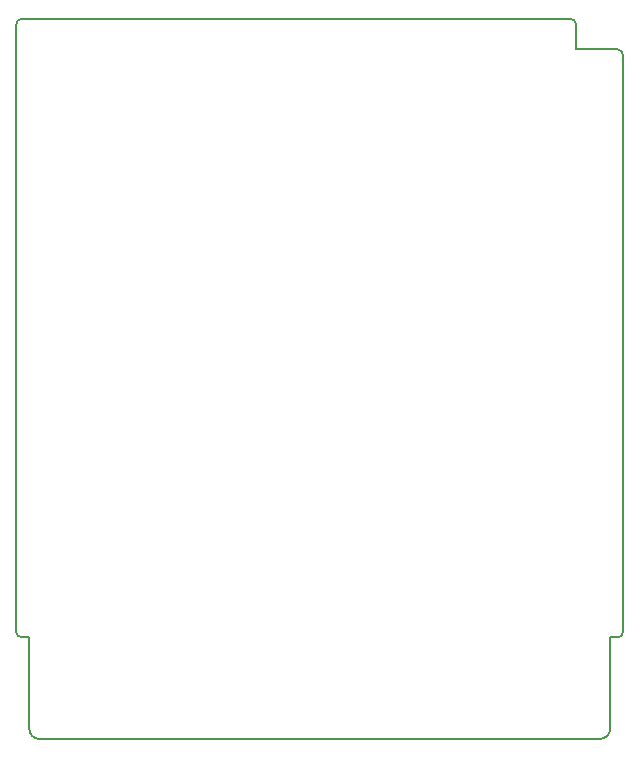
<source format=gbr>
%TF.GenerationSoftware,KiCad,Pcbnew,7.0.10*%
%TF.CreationDate,2024-03-23T21:53:34+01:00*%
%TF.ProjectId,gb-cart-sst39sf010,67622d63-6172-4742-9d73-737433397366,rev?*%
%TF.SameCoordinates,Original*%
%TF.FileFunction,Profile,NP*%
%FSLAX46Y46*%
G04 Gerber Fmt 4.6, Leading zero omitted, Abs format (unit mm)*
G04 Created by KiCad (PCBNEW 7.0.10) date 2024-03-23 21:53:34*
%MOMM*%
%LPD*%
G01*
G04 APERTURE LIST*
%TA.AperFunction,Profile*%
%ADD10C,0.150000*%
%TD*%
G04 APERTURE END LIST*
D10*
X94288000Y-105302000D02*
G75*
G03*
X94788000Y-104802000I0J500000D01*
G01*
X43388000Y-104802000D02*
G75*
G03*
X43888000Y-105302000I500000J0D01*
G01*
X43888000Y-52902000D02*
G75*
G03*
X43388000Y-53402000I0J-500000D01*
G01*
X90788000Y-53402000D02*
G75*
G03*
X90288000Y-52902000I-500000J0D01*
G01*
X94788000Y-56002000D02*
G75*
G03*
X94288000Y-55502000I-500000J0D01*
G01*
X44488000Y-105302000D02*
X43888000Y-105302000D01*
X90788000Y-53402000D02*
X90788000Y-55502000D01*
X44488000Y-113002000D02*
X44488000Y-105302000D01*
X43888000Y-52902000D02*
X90288000Y-52902000D01*
X45388000Y-113902000D02*
X92788000Y-113902000D01*
X94288000Y-55502000D02*
X90788000Y-55502000D01*
X93688000Y-105302000D02*
X94288000Y-105302000D01*
X92788000Y-113902000D02*
G75*
G03*
X93688000Y-113002000I0J900000D01*
G01*
X43388000Y-104802000D02*
X43388000Y-53402000D01*
X94788000Y-104802000D02*
X94788000Y-56002000D01*
X44488000Y-113002000D02*
G75*
G03*
X45388000Y-113902000I900000J0D01*
G01*
X93688000Y-113002000D02*
X93688000Y-105302000D01*
M02*

</source>
